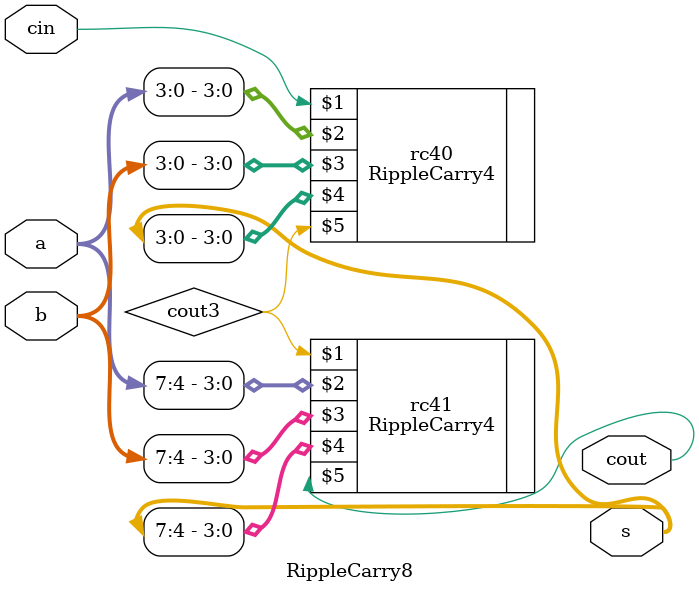
<source format=v>
`include "RippleCarry4.v"
module RippleCarry8(input cin, input [7:0] a, b, output [7:0] s, output cout);
  
  wire cout3;
  
  RippleCarry4
  rc40(cin, a[3:0], b[3:0], s[3:0], cout3),
  rc41(cout3, a[7:4], b[7:4], s[7:4],cout);
  
endmodule

</source>
